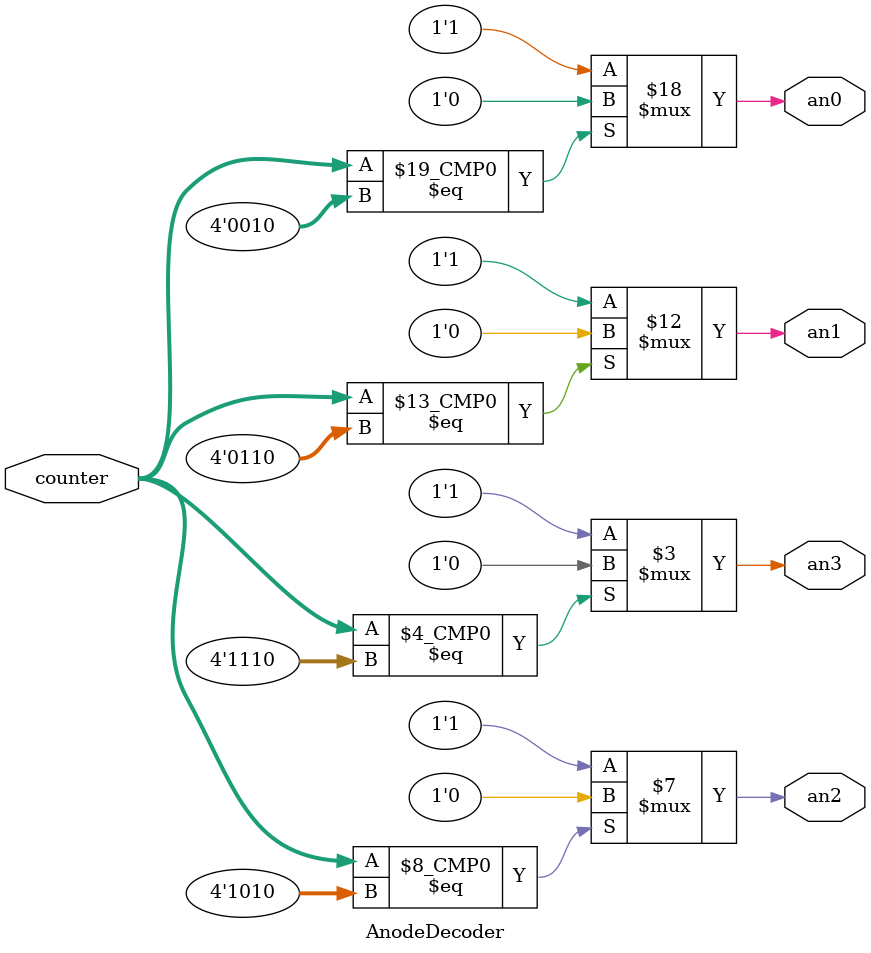
<source format=v>
module AnodeDecoder (input [3:0] counter, output reg an0, output reg an1, output reg an2, output reg an3);
    parameter AN0_LOW = 4'b0010;
    parameter AN1_LOW = 4'b0110;
    parameter AN2_LOW = 4'b1010;
    parameter AN3_LOW = 4'b1110;
    
    always @(counter) begin
        case (counter)
            AN0_LOW: begin
                an0 = 1'b0;
                an1 = 1'b1;
                an2 = 1'b1;
                an3 = 1'b1;
            end
            AN1_LOW: begin
                an0 = 1'b1;
                an1 = 1'b0;
                an2 = 1'b1;
                an3 = 1'b1;
            end
            AN2_LOW: begin
                an0 = 1'b1;
                an1 = 1'b1;
                an2 = 1'b0;
                an3 = 1'b1;
            end
            AN3_LOW: begin
                an0 = 1'b1;
                an1 = 1'b1;
                an2 = 1'b1;
                an3 = 1'b0;
            end
            default: begin
                an0 = 1'b1;
                an1 = 1'b1;
                an2 = 1'b1;
                an3 = 1'b1;
            end
        endcase
    end
endmodule
</source>
